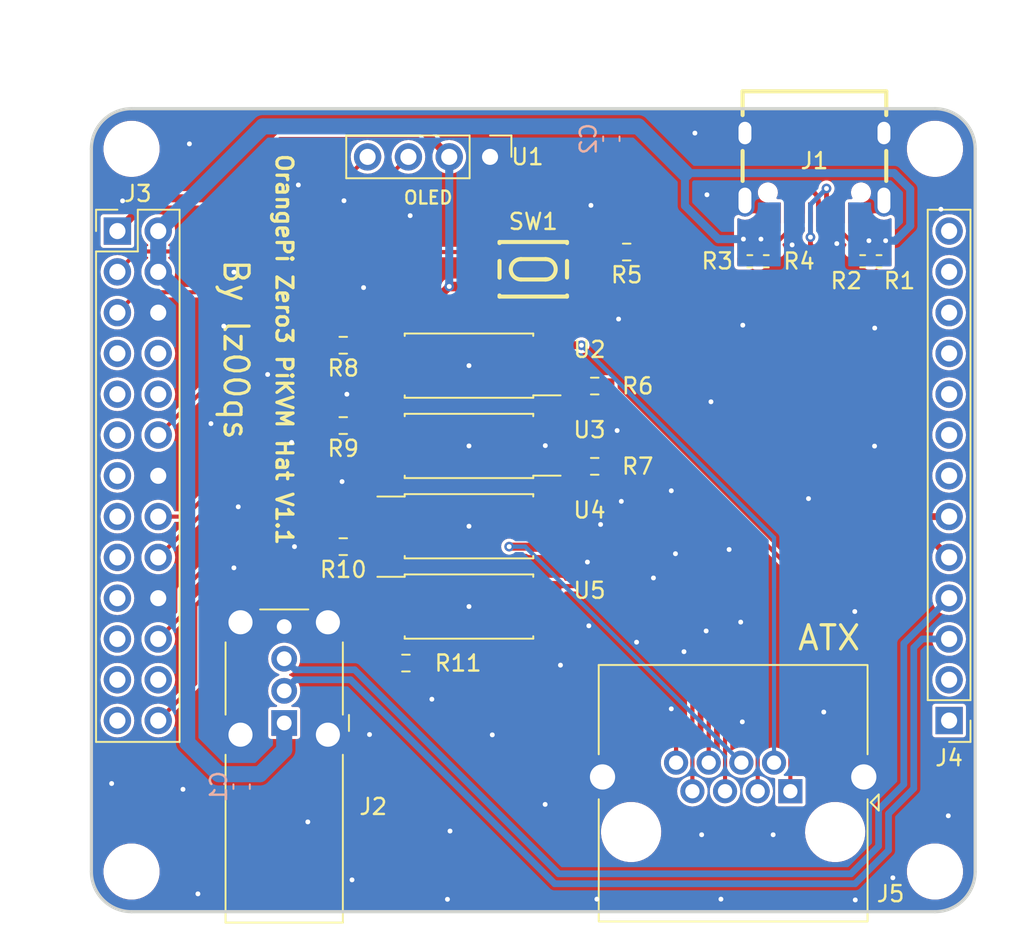
<source format=kicad_pcb>
(kicad_pcb (version 20221018) (generator pcbnew)
  (layers (0 "F.Cu" signal) (31 "B.Cu" signal) (34 "B.Paste" user) (35 "F.Paste" user) (36 "B.SilkS" user "B.Silkscreen") (37 "F.SilkS" user "F.Silkscreen") (38 "B.Mask" user) (39 "F.Mask" user) (44 "Edge.Cuts" user))
  (net 0 "")
  (net 1 "+5V")
  (net 2 "GND")
  (net 3 "/CC1")
  (net 4 "/U3D+")
  (net 5 "/U3D-")
  (net 7 "/CC2")
  (net 9 "/RJ45-ATX-PWR/LED_PWR+")
  (net 10 "/RJ45-ATX-PWR/LED_HDD+")
  (net 11 "Net-(R6-Pad2)")
  (net 12 "/LED_PWR")
  (net 13 "/LED_HDD")
  (net 14 "+3.3V")
  (net 15 "/OLED_SCL")
  (net 16 "/OLED_SDA")
  (net 17 "/BTN_RST")
  (net 18 "/RJ45-ATX-PWR/BTN_RST-")
  (net 19 "/RJ45-ATX-PWR/BTN_RST+")
  (net 20 "/BTN_PWR")
  (net 21 "/RJ45-ATX-PWR/BTN_PWR-")
  (net 22 "/RJ45-ATX-PWR/BTN_PWR+")
  (net 23 "/RJ45-ATX-PWR/LED_PWR-")
  (net 24 "/RJ45-ATX-PWR/LED_HDD-")
  (net 25 "/U2D-")
  (net 26 "/U2D+")
  (net 49 "/BTN")
  (net 50 "Net-(R7-Pad2)")
  (net 51 "Net-(R10-Pad1)")
  (net 52 "Net-(R11-Pad1)")
  (footprint "Resistor_SMD:R_0603_1608Metric" (layer "F.Cu") (at 118.055 101.48 180)
    (fp_text reference "R9" (at 0 -1.43) (layer "F.SilkS"))
    (fp_text value "4.7K")
    (pad "1" smd roundrect (at -0.825 0 180) (size 0.8 0.95) (layers "F.Cu" "F.Paste" "F.Mask") (net 13 "/LED_HDD"))
    (pad "2" smd roundrect (at 0.825 0 180) (size 0.8 0.95) (layers "F.Cu" "F.Paste" "F.Mask") (net 2 "GND"))
  )
  (footprint "Package_SO:SO-4_7.6x3.6mm_P2.54mm" (layer "F.Cu") (at 125.88 107.75)
    (fp_text reference "U4" (at 7.5 -1) (layer "F.SilkS"))
    (fp_text value "PC817")
    (pad "1" smd rect (at -4.75 -1.27) (size 2 0.64) (layers "F.Cu" "F.Paste" "F.Mask") (net 20 "/BTN_PWR"))
    (pad "2" smd rect (at -4.75 1.27) (size 2 0.64) (layers "F.Cu" "F.Paste" "F.Mask") (net 51 "Net-(R10-Pad1)"))
    (pad "3" smd rect (at 4.75 1.27) (size 2 0.64) (layers "F.Cu" "F.Paste" "F.Mask") (net 21 "/RJ45-ATX-PWR/BTN_PWR-"))
    (pad "4" smd rect (at 4.75 -1.27) (size 2 0.64) (layers "F.Cu" "F.Paste" "F.Mask") (net 22 "/RJ45-ATX-PWR/BTN_PWR+"))
  )
  (footprint "Package_SO:SO-4_7.6x3.6mm_P2.54mm" (layer "F.Cu") (at 125.88 112.75)
    (fp_text reference "U5" (at 7.5 -1) (layer "F.SilkS"))
    (fp_text value "PC817")
    (pad "1" smd rect (at -4.75 -1.27) (size 2 0.64) (layers "F.Cu" "F.Paste" "F.Mask") (net 17 "/BTN_RST"))
    (pad "2" smd rect (at -4.75 1.27) (size 2 0.64) (layers "F.Cu" "F.Paste" "F.Mask") (net 52 "Net-(R11-Pad1)"))
    (pad "3" smd rect (at 4.75 1.27) (size 2 0.64) (layers "F.Cu" "F.Paste" "F.Mask") (net 18 "/RJ45-ATX-PWR/BTN_RST-"))
    (pad "4" smd rect (at 4.75 -1.27) (size 2 0.64) (layers "F.Cu" "F.Paste" "F.Mask") (net 19 "/RJ45-ATX-PWR/BTN_RST+"))
  )
  (footprint "Package_SO:SO-4_7.6x3.6mm_P2.54mm" (layer "F.Cu") (at 125.88 97.75 180)
    (fp_text reference "U2" (at -7.5 1) (layer "F.SilkS"))
    (fp_text value "PC817")
    (pad "1" smd rect (at -4.75 -1.27 180) (size 2 0.64) (layers "F.Cu" "F.Paste" "F.Mask") (net 11 "Net-(R6-Pad2)"))
    (pad "2" smd rect (at -4.75 1.27 180) (size 2 0.64) (layers "F.Cu" "F.Paste" "F.Mask") (net 23 "/RJ45-ATX-PWR/LED_PWR-"))
    (pad "3" smd rect (at 4.75 1.27 180) (size 2 0.64) (layers "F.Cu" "F.Paste" "F.Mask") (net 12 "/LED_PWR"))
    (pad "4" smd rect (at 4.75 -1.27 180) (size 2 0.64) (layers "F.Cu" "F.Paste" "F.Mask") (net 14 "+3.3V"))
  )
  (footprint "Resistor_SMD:R_0603_1608Metric" (layer "F.Cu") (at 118.055 109.02 180)
    (fp_text reference "R10" (at 0 -1.43) (layer "F.SilkS"))
    (fp_text value "390R")
    (pad "1" smd roundrect (at -0.825 0 180) (size 0.8 0.95) (layers "F.Cu" "F.Paste" "F.Mask") (net 51 "Net-(R10-Pad1)"))
    (pad "2" smd roundrect (at 0.825 0 180) (size 0.8 0.95) (layers "F.Cu" "F.Paste" "F.Mask") (net 2 "GND"))
  )
  (footprint "Connector_RJ:RJ45_Amphenol_RJHSE5380" (layer "F.Cu") (at 145.88 124.25 180)
    (fp_text reference "J5" (at -6.24 -6.39) (layer "F.SilkS"))
    (fp_text value "RJ41_Shielded")
    (pad "" np_thru_hole circle (at -2.79 -2.54 180) (size 3.25 3.25) (drill 3.25) (layers "*.Cu" "*.Mask"))
    (pad "" np_thru_hole circle (at 9.91 -2.54 180) (size 3.25 3.25) (drill 3.25) (layers "*.Cu" "*.Mask"))
    (pad "1" thru_hole rect (at 0 0 180) (size 1.5 1.5) (drill 0.89) (layers "*.Cu" "*.Mask") (net 9 "/RJ45-ATX-PWR/LED_PWR+"))
    (pad "2" thru_hole circle (at 1.016 1.78 180) (size 1.5 1.5) (drill 0.89) (layers "*.Cu" "*.Mask") (net 23 "/RJ45-ATX-PWR/LED_PWR-"))
    (pad "3" thru_hole circle (at 2.032 0 180) (size 1.5 1.5) (drill 0.89) (layers "*.Cu" "*.Mask") (net 10 "/RJ45-ATX-PWR/LED_HDD+"))
    (pad "4" thru_hole circle (at 3.048 1.78 180) (size 1.5 1.5) (drill 0.89) (layers "*.Cu" "*.Mask") (net 21 "/RJ45-ATX-PWR/BTN_PWR-"))
    (pad "5" thru_hole circle (at 4.064 0 180) (size 1.5 1.5) (drill 0.89) (layers "*.Cu" "*.Mask") (net 22 "/RJ45-ATX-PWR/BTN_PWR+"))
    (pad "6" thru_hole circle (at 5.08 1.78 180) (size 1.5 1.5) (drill 0.89) (layers "*.Cu" "*.Mask") (net 24 "/RJ45-ATX-PWR/LED_HDD-"))
    (pad "7" thru_hole circle (at 6.096 0 180) (size 1.5 1.5) (drill 0.89) (layers "*.Cu" "*.Mask") (net 19 "/RJ45-ATX-PWR/BTN_RST+"))
    (pad "8" thru_hole circle (at 7.112 1.78 180) (size 1.5 1.5) (drill 0.89) (layers "*.Cu" "*.Mask") (net 18 "/RJ45-ATX-PWR/BTN_RST-"))
    (pad "SH" thru_hole circle (at -4.57 0.89 180) (size 2.3 2.3) (drill 1.57) (layers "*.Cu" "*.Mask") (net 2 "GND"))
    (pad "SH" thru_hole circle (at 11.69 0.89 180) (size 2.3 2.3) (drill 1.57) (layers "*.Cu" "*.Mask") (net 2 "GND"))
  )
  (footprint "Resistor_SMD:R_0402_1005Metric" (layer "F.Cu") (at 143.36 91.25 180)
    (fp_text reference "R3" (at 2.03 0.01) (layer "F.SilkS"))
    (fp_text value "5.1K")
    (pad "1" smd roundrect (at -0.51 0 180) (size 0.54 0.64) (layers "F.Cu" "F.Paste" "F.Mask") (net 7 "/CC2"))
    (pad "2" smd roundrect (at 0.51 0 180) (size 0.54 0.64) (layers "F.Cu" "F.Paste" "F.Mask") (net 1 "+5V"))
  )
  (footprint "Resistor_SMD:R_0402_1005Metric" (layer "F.Cu") (at 151.4 91.25)
    (fp_text reference "R1" (at 1.27 1.22) (layer "F.SilkS"))
    (fp_text value "5.1K")
    (pad "1" smd roundrect (at -0.51 0) (size 0.54 0.64) (layers "F.Cu" "F.Paste" "F.Mask") (net 3 "/CC1"))
    (pad "2" smd roundrect (at 0.51 0) (size 0.54 0.64) (layers "F.Cu" "F.Paste" "F.Mask") (net 1 "+5V"))
  )
  (footprint "Package_SO:SO-4_7.6x3.6mm_P2.54mm" (layer "F.Cu") (at 125.88 102.75 180)
    (fp_text reference "U3" (at -7.5 1 180) (layer "F.SilkS"))
    (fp_text value "PC817")
    (pad "1" smd rect (at -4.75 -1.27 180) (size 2 0.64) (layers "F.Cu" "F.Paste" "F.Mask") (net 50 "Net-(R7-Pad2)"))
    (pad "2" smd rect (at -4.75 1.27 180) (size 2 0.64) (layers "F.Cu" "F.Paste" "F.Mask") (net 24 "/RJ45-ATX-PWR/LED_HDD-"))
    (pad "3" smd rect (at 4.75 1.27 180) (size 2 0.64) (layers "F.Cu" "F.Paste" "F.Mask") (net 13 "/LED_HDD"))
    (pad "4" smd rect (at 4.75 -1.27 180) (size 2 0.64) (layers "F.Cu" "F.Paste" "F.Mask") (net 14 "+3.3V"))
  )
  (footprint "Connector_PinHeader_2.54mm:PinHeader_2x13_P2.54mm_Vertical" (layer "F.Cu") (at 104 89.37)
    (fp_text reference "J3" (at 1.27 -2.33) (layer "F.SilkS"))
    (fp_text value "Conn_02x13_Odd_Even")
    (pad "1" thru_hole rect locked (at 0 0) (size 1.7 1.7) (drill 1) (layers "*.Cu" "*.Mask") (net 14 "+3.3V"))
    (pad "2" thru_hole oval locked (at 2.54 0) (size 1.7 1.7) (drill 1) (layers "*.Cu" "*.Mask") (net 1 "+5V"))
    (pad "3" thru_hole oval locked (at 0 2.54) (size 1.7 1.7) (drill 1) (layers "*.Cu" "*.Mask") (net 16 "/OLED_SDA"))
    (pad "4" thru_hole oval locked (at 2.54 2.54) (size 1.7 1.7) (drill 1) (layers "*.Cu" "*.Mask") (net 1 "+5V"))
    (pad "5" thru_hole oval locked (at 0 5.08) (size 1.7 1.7) (drill 1) (layers "*.Cu" "*.Mask") (net 15 "/OLED_SCL"))
    (pad "6" thru_hole oval locked (at 2.54 5.08) (size 1.7 1.7) (drill 1) (layers "*.Cu" "*.Mask") (net 2 "GND"))
    (pad "7" thru_hole oval locked (at 0 7.62) (size 1.7 1.7) (drill 1) (layers "*.Cu" "*.Mask"))
    (pad "8" thru_hole oval locked (at 2.54 7.62) (size 1.7 1.7) (drill 1) (layers "*.Cu" "*.Mask"))
    (pad "9" thru_hole oval locked (at 0 10.16) (size 1.7 1.7) (drill 1) (layers "*.Cu" "*.Mask"))
    (pad "10" thru_hole oval locked (at 2.54 10.16) (size 1.7 1.7) (drill 1) (layers "*.Cu" "*.Mask"))
    (pad "11" thru_hole oval locked (at 0 12.7) (size 1.7 1.7) (drill 1) (layers "*.Cu" "*.Mask"))
    (pad "12" thru_hole oval locked (at 2.54 12.7) (size 1.7 1.7) (drill 1) (layers "*.Cu" "*.Mask") (net 49 "/BTN"))
    (pad "13" thru_hole oval locked (at 0 15.24) (size 1.7 1.7) (drill 1) (layers "*.Cu" "*.Mask"))
    (pad "14" thru_hole oval locked (at 2.54 15.24) (size 1.7 1.7) (drill 1) (layers "*.Cu" "*.Mask") (net 2 "GND"))
    (pad "15" thru_hole oval locked (at 0 17.78) (size 1.7 1.7) (drill 1) (layers "*.Cu" "*.Mask"))
    (pad "16" thru_hole oval locked (at 2.54 17.78) (size 1.7 1.7) (drill 1) (layers "*.Cu" "*.Mask") (net 12 "/LED_PWR"))
    (pad "17" thru_hole oval locked (at 0 20.32) (size 1.7 1.7) (drill 1) (layers "*.Cu" "*.Mask"))
    (pad "18" thru_hole oval locked (at 2.54 20.32) (size 1.7 1.7) (drill 1) (layers "*.Cu" "*.Mask") (net 13 "/LED_HDD"))
    (pad "19" thru_hole oval locked (at 0 22.86) (size 1.7 1.7) (drill 1) (layers "*.Cu" "*.Mask"))
    (pad "20" thru_hole oval locked (at 2.54 22.86) (size 1.7 1.7) (drill 1) (layers "*.Cu" "*.Mask") (net 2 "GND"))
    (pad "21" thru_hole oval locked (at 0 25.4) (size 1.7 1.7) (drill 1) (layers "*.Cu" "*.Mask"))
    (pad "22" thru_hole oval locked (at 2.54 25.4) (size 1.7 1.7) (drill 1) (layers "*.Cu" "*.Mask") (net 20 "/BTN_PWR"))
    (pad "23" thru_hole oval locked (at 0 27.94) (size 1.7 1.7) (drill 1) (layers "*.Cu" "*.Mask"))
    (pad "24" thru_hole oval locked (at 2.54 27.94) (size 1.7 1.7) (drill 1) (layers "*.Cu" "*.Mask"))
    (pad "25" thru_hole oval locked (at 0 30.48) (size 1.7 1.7) (drill 1) (layers "*.Cu" "*.Mask"))
    (pad "26" thru_hole oval locked (at 2.54 30.48) (size 1.7 1.7) (drill 1) (layers "*.Cu" "*.Mask") (net 17 "/BTN_RST"))
  )
  (footprint "Connector_lz00qs:USB_C_Receptacle_SMD_16P_USB2.0_JLC-31-M-12" (layer "F.Cu") (at 147.38 85.75 180)
    (fp_text reference "J1" (at 0 0.754) (layer "F.SilkS") (effects (font (thickness 0.1499))))
    (fp_text value "USB_C_Receptacle_USB2.0_16P")
    (pad "" np_thru_hole circle locked (at -2.8999 -1.2157 180) (size 0.75 0.75) (drill 0.75) (layers "*.Cu" "*.Mask"))
    (pad "" np_thru_hole circle locked (at 2.8999 -1.2157 180) (size 0.75 0.75) (drill 0.75) (layers "*.Cu" "*.Mask"))
    (pad "A1" smd rect locked (at -3.35 -2.4841 180) (size 0.3 1.3) (layers "F.Cu" "F.Paste" "F.Mask") (net 2 "GND"))
    (pad "A4" smd rect locked (at -2.5499 -2.4841 180) (size 0.3 1.3) (layers "F.Cu" "F.Paste" "F.Mask") (net 1 "+5V"))
    (pad "A5" smd rect locked (at -1.2499 -2.4841 180) (size 0.3 1.3) (layers "F.Cu" "F.Paste" "F.Mask") (net 3 "/CC1"))
    (pad "A6" smd rect locked (at -0.2499 -2.4841 180) (size 0.3 1.3) (layers "F.Cu" "F.Paste" "F.Mask") (net 4 "/U3D+"))
    (pad "A7" smd rect locked (at 0.2499 -2.4841 180) (size 0.3 1.3) (layers "F.Cu" "F.Paste" "F.Mask") (net 5 "/U3D-"))
    (pad "A8" smd rect locked (at 1.2497 -2.4841 180) (size 0.3 1.3) (layers "F.Cu" "F.Paste" "F.Mask"))
    (pad "A9" smd rect locked (at 2.5502 -2.4841 180) (size 0.3 1.3) (layers "F.Cu" "F.Paste" "F.Mask") (net 1 "+5V"))
    (pad "A12" smd rect locked (at 3.35 -2.4841 180) (size 0.3 1.3) (layers "F.Cu" "F.Paste" "F.Mask") (net 2 "GND"))
    (pad "B1" smd rect locked (at 3.05 -2.4841 180) (size 0.3 1.3) (layers "F.Cu" "F.Paste" "F.Mask") (net 2 "GND"))
    (pad "B4" smd rect locked (at 2.2499 -2.4841 180) (size 0.3 1.3) (layers "F.Cu" "F.Paste" "F.Mask") (net 1 "+5V"))
    (pad "B5" smd rect locked (at 1.7501 -2.4841 180) (size 0.3 1.3) (layers "F.Cu" "F.Paste" "F.Mask") (net 7 "/CC2"))
    (pad "B6" smd rect locked (at 0.7501 -2.4841 180) (size 0.3 1.3) (layers "F.Cu" "F.Paste" "F.Mask") (net 4 "/U3D+"))
    (pad "B7" smd rect locked (at -0.7501 -2.4841 180) (size 0.3 1.3) (layers "F.Cu" "F.Paste" "F.Mask") (net 5 "/U3D-"))
    (pad "B8" smd rect locked (at -1.7501 -2.4841 180) (size 0.3 1.3) (layers "F.Cu" "F.Paste" "F.Mask"))
    (pad "B9" smd rect locked (at -2.2499 -2.4841 180) (size 0.3 1.3) (layers "F.Cu" "F.Paste" "F.Mask") (net 1 "+5V"))
    (pad "B12" smd rect locked (at -3.05 -2.4841 180) (size 0.3 1.3) (layers "F.Cu" "F.Paste" "F.Mask") (net 2 "GND"))
    (pad "S1" thru_hole oval locked (at -4.3251 -1.7158 180) (size 1.2 2) (drill oval 0.8 1.6) (layers "*.Cu" "*.Mask") (net 2 "GND"))
    (pad "S1" thru_hole oval locked (at -4.3251 2.4841 180) (size 1.2 1.8) (drill oval 0.8 1.4) (layers "*.Cu" "*.Mask") (net 2 "GND"))
    (pad "S1" thru_hole oval locked (at 4.3251 -1.7158 180) (size 1.2 2) (drill oval 0.8 1.6) (layers "*.Cu" "*.Mask") (net 2 "GND"))
    (pad "S1" thru_hole oval locked (at 4.3251 2.4841 180) (size 1.2 1.8) (drill oval 0.8 1.4) (layers "*.Cu" "*.Mask") (net 2 "GND"))
  )
  (footprint "Resistor_SMD:R_0402_1005Metric" (layer "F.Cu") (at 144.38 91.25 180)
    (fp_text reference "R4" (at -2.04 0) (layer "F.SilkS"))
    (fp_text value "5.1K")
    (pad "1" smd roundrect (at -0.51 0 180) (size 0.54 0.64) (layers "F.Cu" "F.Paste" "F.Mask") (net 2 "GND"))
    (pad "2" smd roundrect (at 0.51 0 180) (size 0.54 0.64) (layers "F.Cu" "F.Paste" "F.Mask") (net 7 "/CC2"))
  )
  (footprint "Resistor_SMD:R_0603_1608Metric" (layer "F.Cu") (at 121.955 116.27)
    (fp_text reference "R11" (at 3.245 0.01) (layer "F.SilkS"))
    (fp_text value "390R")
    (pad "1" smd roundrect (at -0.825 0) (size 0.8 0.95) (layers "F.Cu" "F.Paste" "F.Mask") (net 52 "Net-(R11-Pad1)"))
    (pad "2" smd roundrect (at 0.825 0) (size 0.8 0.95) (layers "F.Cu" "F.Paste" "F.Mask") (net 2 "GND"))
  )
  (footprint "Connector_PinHeader_2.54mm:PinHeader_1x04_P2.54mm_Vertical" (layer "F.Cu") (at 127.19 84.75 -90)
    (fp_text reference "U1" (at 0 -2.33 -180) (layer "F.SilkS"))
    (fp_text value "OLED_128x64_I2C_Module")
    (pad "1" thru_hole rect locked (at 0 0 270) (size 1.7 1.7) (drill 1) (layers "*.Cu" "*.Mask") (net 2 "GND"))
    (pad "2" thru_hole oval locked (at 0 2.54 270) (size 1.7 1.7) (drill 1) (layers "*.Cu" "*.Mask") (net 14 "+3.3V"))
    (pad "3" thru_hole oval locked (at 0 5.08 270) (size 1.7 1.7) (drill 1) (layers "*.Cu" "*.Mask") (net 15 "/OLED_SCL"))
    (pad "4" thru_hole oval locked (at 0 7.62 270) (size 1.7 1.7) (drill 1) (layers "*.Cu" "*.Mask") (net 16 "/OLED_SDA"))
  )
  (footprint "MountingHole:MountingHole_3mm" (layer "F.Cu") (at 104.88 129.25)
    (fp_text reference "H1" hide)
    (fp_text value "MountingHole")
    (pad "" np_thru_hole circle (at 0 0) (size 3 3) (drill 3) (layers "*.Cu" "*.Mask"))
  )
  (footprint "Connector_USB:USB_A_Wuerth_614004134726_Horizontal" (layer "F.Cu") (at 114.38 120 90)
    (fp_text reference "J2" (at -5.21 5.54 180) (layer "F.SilkS"))
    (fp_text value "USB_A")
    (pad "1" thru_hole rect (at 0 0 90) (size 1.6 1.6) (drill 0.92) (layers "*.Cu" "*.Mask") (net 1 "+5V"))
    (pad "2" thru_hole circle (at 2 0 90) (size 1.6 1.6) (drill 0.92) (layers "*.Cu" "*.Mask") (net 25 "/U2D-"))
    (pad "3" thru_hole circle (at 4 0 90) (size 1.6 1.6) (drill 0.92) (layers "*.Cu" "*.Mask") (net 26 "/U2D+"))
    (pad "4" thru_hole circle (at 6 0 90) (size 1.6 1.6) (drill 0.92) (layers "*.Cu" "*.Mask") (net 2 "GND"))
    (pad "5" thru_hole circle (at -0.73 -2.72 90) (size 2.15 2.15) (drill 1.5) (layers "*.Cu" "*.Mask") (net 2 "GND"))
    (pad "5" thru_hole circle (at -0.73 2.72 90) (size 2.15 2.15) (drill 1.5) (layers "*.Cu" "*.Mask") (net 2 "GND"))
    (pad "5" thru_hole circle (at 6.27 -2.72 90) (size 2.15 2.15) (drill 1.5) (layers "*.Cu" "*.Mask") (net 2 "GND"))
    (pad "5" thru_hole circle (at 6.27 2.72 90) (size 2.15 2.15) (drill 1.5) (layers "*.Cu" "*.Mask") (net 2 "GND"))
  )
  (footprint "Resistor_SMD:R_0603_1608Metric" (layer "F.Cu") (at 135.695 90.6756 180)
    (fp_text reference "R5" (at 0 -1.43 180) (layer "F.SilkS"))
    (fp_text value "4.7K")
    (pad "1" smd roundrect (at -0.825 0 180) (size 0.8 0.95) (layers "F.Cu" "F.Paste" "F.Mask") (net 2 "GND"))
    (pad "2" smd roundrect (at 0.825 0 180) (size 0.8 0.95) (layers "F.Cu" "F.Paste" "F.Mask") (net 49 "/BTN"))
  )
  (footprint "MountingHole:MountingHole_3mm" (layer "F.Cu") (at 154.88 84.25)
    (fp_text reference "H3" hide)
    (fp_text value "MountingHole")
    (pad "" np_thru_hole circle (at 0 0) (size 3 3) (drill 3) (layers "*.Cu" "*.Mask"))
  )
  (footprint "Connector_PinHeader_2.54mm:PinHeader_1x13_P2.54mm_Vertical" (layer "F.Cu") (at 155.76 119.85 180)
    (fp_text reference "J4" (at 0 -2.33) (layer "F.SilkS"))
    (fp_text value "Conn_01x13")
    (pad "1" thru_hole rect locked (at 0 0 180) (size 1.7 1.7) (drill 1) (layers "*.Cu" "*.Mask"))
    (pad "2" thru_hole oval locked (at 0 2.54 180) (size 1.7 1.7) (drill 1) (layers "*.Cu" "*.Mask"))
    (pad "3" thru_hole oval locked (at 0 5.08 180) (size 1.7 1.7) (drill 1) (layers "*.Cu" "*.Mask") (net 25 "/U2D-"))
    (pad "4" thru_hole oval locked (at 0 7.62 180) (size 1.7 1.7) (drill 1) (layers "*.Cu" "*.Mask") (net 26 "/U2D+"))
    (pad "5" thru_hole oval locked (at 0 10.16 180) (size 1.7 1.7) (drill 1) (layers "*.Cu" "*.Mask") (net 5 "/U3D-"))
    (pad "6" thru_hole oval locked (at 0 12.7 180) (size 1.7 1.7) (drill 1) (layers "*.Cu" "*.Mask") (net 4 "/U3D+"))
    (pad "7" thru_hole oval locked (at 0 15.24 180) (size 1.7 1.7) (drill 1) (layers "*.Cu" "*.Mask"))
    (pad "8" thru_hole oval locked (at 0 17.78 180) (size 1.7 1.7) (drill 1) (layers "*.Cu" "*.Mask"))
    (pad "9" thru_hole oval locked (at 0 20.32 180) (size 1.7 1.7) (drill 1) (layers "*.Cu" "*.Mask"))
    (pad "10" thru_hole oval locked (at 0 22.86 180) (size 1.7 1.7) (drill 1) (layers "*.Cu" "*.Mask"))
    (pad "11" thru_hole oval locked (at 0 25.4 180) (size 1.7 1.7) (drill 1) (layers "*.Cu" "*.Mask"))
    (pad "12" thru_hole oval locked (at 0 27.94 180) (size 1.7 1.7) (drill 1) (layers "*.Cu" "*.Mask"))
    (pad "13" thru_hole oval locked (at 0 30.48 180) (size 1.7 1.7) (drill 1) (layers "*.Cu" "*.Mask"))
  )
  (footprint "Resistor_SMD:R_0603_1608Metric" (layer "F.Cu") (at 118.055 96.48 180)
    (fp_text reference "R8" (at 0 -1.43) (layer "F.SilkS"))
    (fp_text value "4.7K")
    (pad "1" smd roundrect (at -0.825 0 180) (size 0.8 0.95) (layers "F.Cu" "F.Paste" "F.Mask") (net 12 "/LED_PWR"))
    (pad "2" smd roundrect (at 0.825 0 180) (size 0.8 0.95) (layers "F.Cu" "F.Paste" "F.Mask") (net 2 "GND"))
  )
  (footprint "Switch-Key_lz00qs:SW-SMD_4P-L4.2-W3.3-P2.15-LS5.1" (layer "F.Cu") (at 129.88 91.75)
    (fp_text reference "SW1" (at 0 -2.97) (layer "F.SilkS") (effects (font (thickness 0.1499))))
    (fp_text value "SW_x1" hide)
    (pad "1" smd rect locked (at -2.2504 -1.0744 90) (size 0.701 1.3005) (layers "F.Cu" "F.Paste" "F.Mask") (net 49 "/BTN"))
    (pad "1" smd rect locked (at 2.2504 -1.0744 90) (size 0.701 1.3005) (layers "F.Cu" "F.Paste" "F.Mask") (net 49 "/BTN"))
    (pad "2" smd rect locked (at -2.2504 1.0744 90) (size 0.701 1.3005) (layers "F.Cu" "F.Paste" "F.Mask") (net 14 "+3.3V"))
    (pad "2" smd rect locked (at 2.2504 1.0744 90) (size 0.701 1.3005) (layers "F.Cu" "F.Paste" "F.Mask") (net 14 "+3.3V"))
  )
  (footprint "MountingHole:MountingHole_3mm" (layer "F.Cu") (at 104.88 84.25)
    (fp_text reference "H2" hide)
    (fp_text value "MountingHole")
    (pad "" np_thru_hole circle (at 0 0) (size 3 3) (drill 3) (layers "*.Cu" "*.Mask"))
  )
  (footprint "MountingHole:MountingHole_3mm" (layer "F.Cu") (at 154.88 129.25)
    (fp_text reference "H4" hide)
    (fp_text value "MountingHole")
    (pad "" np_thru_hole circle (at 0 0) (size 3 3) (drill 3) (layers "*.Cu" "*.Mask"))
  )
  (footprint "Resistor_SMD:R_0603_1608Metric" (layer "F.Cu") (at 133.705 104.02 180)
    (fp_text reference "R7" (at -2.675 0 180) (layer "F.SilkS"))
    (fp_text value "390R")
    (pad "1" smd roundrect (at -0.825 0 180) (size 0.8 0.95) (layers "F.Cu" "F.Paste" "F.Mask") (net 10 "/RJ45-ATX-PWR/LED_HDD+"))
    (pad "2" smd roundrect (at 0.825 0 180) (size 0.8 0.95) (layers "F.Cu" "F.Paste" "F.Mask") (net 50 "Net-(R7-Pad2)"))
  )
  (footprint "Resistor_SMD:R_0402_1005Metric" (layer "F.Cu") (at 150.38 91.25)
    (fp_text reference "R2" (at -1.02 1.22) (layer "F.SilkS"))
    (fp_text value "5.1K")
    (pad "1" smd roundrect (at -0.51 0) (size 0.54 0.64) (layers "F.Cu" "F.Paste" "F.Mask") (net 2 "GND"))
    (pad "2" smd roundrect (at 0.51 0) (size 0.54 0.64) (layers "F.Cu" "F.Paste" "F.Mask") (net 3 "/CC1"))
  )
  (footprint "Resistor_SMD:R_0603_1608Metric" (layer "F.Cu") (at 133.705 99.02 180)
    (fp_text reference "R6" (at -2.675 0 180) (layer "F.SilkS"))
    (fp_text value "390R")
    (pad "1" smd roundrect (at -0.825 0 180) (size 0.8 0.95) (layers "F.Cu" "F.Paste" "F.Mask") (net 9 "/RJ45-ATX-PWR/LED_PWR+"))
    (pad "2" smd roundrect (at 0.825 0 180) (size 0.8 0.95) (layers "F.Cu" "F.Paste" "F.Mask") (net 11 "Net-(R6-Pad2)"))
  )
  (footprint "Capacitor_SMD:C_0603_1608Metric" (layer "B.Cu") (at 134.74 83.625 -90)
    (fp_text reference "C2" (at 0 1.43 90) (layer "B.SilkS") (effects (justify mirror)))
    (fp_text value "100nF 50V")
    (pad "1" smd roundrect (at -0.775 0 270) (size 0.9 0.95) (layers "B.Cu" "B.Paste" "B.Mask") (net 1 "+5V"))
    (pad "2" smd roundrect (at 0.775 0 270) (size 0.9 0.95) (layers "B.Cu" "B.Paste" "B.Mask") (net 2 "GND"))
  )
  (footprint "Capacitor_SMD:C_0603_1608Metric" (layer "B.Cu") (at 111.73 123.965 -90)
    (fp_text reference "C1" (at 0 1.43 90) (layer "B.SilkS") (effects (justify mirror)))
    (fp_text value "100nF 50V")
    (pad "1" smd roundrect (at -0.775 0 270) (size 0.9 0.95) (layers "B.Cu" "B.Paste" "B.Mask") (net 1 "+5V"))
    (pad "2" smd roundrect (at 0.775 0 270) (size 0.9 0.95) (layers "B.Cu" "B.Paste" "B.Mask") (net 2 "GND"))
  )
  (gr_line (start 157.38 84.25) (end 157.38 129.25) (stroke (width 0.2)) (layer "Edge.Cuts"))
  (gr_line (start 104.88 131.75) (end 154.88 131.75) (stroke (width 0.2)) (layer "Edge.Cuts"))
  (gr_line (start 102.38 129.25) (end 102.38 84.25) (stroke (width 0.2)) (layer "Edge.Cuts"))
  (gr_arc (start 157.38 129.25) (mid 156.647767 131.017767) (end 154.88 131.75) (stroke (width 0.2)) (layer "Edge.Cuts"))
  (gr_line (start 154.88 81.75) (end 104.88 81.75) (stroke (width 0.2)) (layer "Edge.Cuts"))
  (gr_arc (start 102.38 84.25) (mid 103.112233 82.482233) (end 104.88 81.75) (stroke (width 0.2)) (layer "Edge.Cuts"))
  (gr_arc (start 104.88 131.75) (mid 103.112234 131.017767) (end 102.38 129.25) (stroke (width 0.2)) (layer "Edge.Cuts"))
  (gr_arc (start 154.88 81.75) (mid 156.647767 82.482233) (end 157.38 84.25) (stroke (width 0.2)) (layer "Edge.Cuts"))
  (gr_text "OrangePi Zero3 PiKVM Hat V1.1" (at 114.38 96.75 270) (layer "F.SilkS") (effects (font (size 1 1) (thickness 0.2))))
  (gr_text "ATX" (at 146.23 115.58) (layer "F.SilkS") (effects (font (size 1.5 1.5) (thickness 0.2)) (justify left bottom)))
  (gr_text "OLED" (at 123.34 87.29) (layer "F.SilkS") (effects (font (size 0.8 0.8) (thickness 0.15) bold)))
  (gr_text "By lz00qs" (at 111.38 96.75 270) (layer "F.SilkS") (effects (font (size 1.5 1.5) (thickness 0.2))))
  (via (at 150.77 89.97) (size 0.6) (drill 0.3) (layers "F.Cu" "B.Cu") (net 1))
  (via (at 142.96 89.87) (size 0.6) (drill 0.3) (layers "F.Cu" "B.Cu") (net 1))
  (via (at 144.05 89.87) (size 0.6) (drill 0.3) (layers "F.Cu" "B.Cu") (net 1))
  (via (at 151.81 89.97) (size 0.6) (drill 0.3) (layers "F.Cu" "B.Cu") (net 1))
  (segment (start 106.54 89.37) (end 106.54 91.91) (width 1) (layer "B.Cu") (net 1))
  (segment (start 139.32 85.76) (end 139.32 87.79) (width 0.5) (layer "B.Cu") (net 1))
  (segment (start 139.32 85.76) (end 152.34 85.76) (width 0.5) (layer "B.Cu") (net 1))
  (segment (start 136.41 82.85) (end 139.32 85.76) (width 1) (layer "B.Cu") (net 1))
  (segment (start 110.31 123.19) (end 111.73 123.19) (width 1) (layer "B.Cu") (net 1))
  (segment (start 141.4 89.87) (end 142.96 89.87) (width 0.5) (layer "B.Cu") (net 1))
  (segment (start 108.34 121.22) (end 110.31 123.19) (width 1) (layer "B.Cu") (net 1))
  (segment (start 142.96 89.87) (end 144.05 89.87) (width 0.5) (layer "B.Cu") (net 1))
  (segment (start 106.54 89.37) (end 113.06 82.85) (width 1) (layer "B.Cu") (net 1))
  (segment (start 153.34 89.04) (end 152.41 89.97) (width 0.5) (layer "B.Cu") (net 1))
  (segment (start 114.38 121.68) (end 114.38 120) (width 1) (layer "B.Cu") (net 1))
  (segment (start 152.41 89.97) (end 151.81 89.97) (width 0.5) (layer "B.Cu") (net 1))
  (segment (start 139.32 87.79) (end 141.14 89.61) (width 0.5) (layer "B.Cu") (net 1))
  (segment (start 141.14 89.61) (end 141.4 89.87) (width 0.5) (layer "B.Cu") (net 1))
  (segment (start 152.34 85.76) (end 153.34 86.76) (width 0.5) (layer "B.Cu") (net 1))
  (segment (start 113.06 82.85) (end 136.41 82.85) (width 1) (layer "B.Cu") (net 1))
  (segment (start 112.87 123.19) (end 114.38 121.68) (width 1) (layer "B.Cu") (net 1))
  (segment (start 153.34 86.76) (end 153.34 89.04) (width 0.5) (layer "B.Cu") (net 1))
  (segment (start 106.54 91.91) (end 108.34 93.71) (width 1) (layer "B.Cu") (net 1))
  (segment (start 111.73 123.19) (end 112.87 123.19) (width 1) (layer "B.Cu") (net 1))
  (segment (start 108.34 93.71) (end 108.34 121.22) (width 1) (layer "B.Cu") (net 1))
  (segment (start 151.81 89.97) (end 150.77 89.97) (width 0.5) (layer "B.Cu") (net 1))
  (via (at 133.25 109.98) (size 0.6) (drill 0.3) (layers "F.Cu" "B.Cu") (net 2))
  (via (at 149.92 131.02) (size 0.6) (drill 0.3) (layers "F.Cu" "B.Cu") (net 2))
  (via (at 148.77 90.15) (size 0.6) (drill 0.3) (layers "F.Cu" "B.Cu") (net 2))
  (via (at 134.07 107.64) (size 0.6) (drill 0.3) (layers "F.Cu" "B.Cu") (net 2))
  (via (at 119.32 92.89) (size 0.6) (drill 0.3) (layers "F.Cu" "B.Cu") (net 2))
  (via (at 138.47 105.54) (size 0.6) (drill 0.3) (layers "F.Cu" "B.Cu") (net 2))
  (via (at 109.82 101.36) (size 0.6) (drill 0.3) (layers "F.Cu" "B.Cu") (net 2))
  (via (at 122.22 88.41) (size 0.6) (drill 0.3) (layers "F.Cu" "B.Cu") (net 2))
  (via (at 109.01 130.64) (size 0.6) (drill 0.3) (layers "F.Cu" "B.Cu") (net 2))
  (via (at 151.12 102.76) (size 0.6) (drill 0.3) (layers "F.Cu" "B.Cu") (net 2))
  (via (at 130.63 102.73) (size 0.6) (drill 0.3) (layers "F.Cu" "B.Cu") (net 2))
  (via (at 138.73 109.46) (size 0.6) (drill 0.3) (layers "F.Cu" "B.Cu") (net 2))
  (via (at 104.32 87.49) (size 0.6) (drill 0.3) (layers "F.Cu" "B.Cu") (net 2))
  (via (at 142.89 119.93) (size 0.6) (drill 0.3) (layers "F.Cu" "B.Cu") (net 2))
  (via (at 118.28 99.53) (size 0.6) (drill 0.3) (layers "F.Cu" "B.Cu") (net 2))
  (via (at 145.99 90.23) (size 0.6) (drill 0.3) (layers "F.Cu" "B.Cu") (net 2))
  (via (at 139.26 115.56) (size 0.6) (drill 0.3) (layers "F.Cu" "B.Cu") (net 2))
  (via (at 133.84 130.97) (size 0.6) (drill 0.3) (layers "F.Cu" "B.Cu") (net 2))
  (via (at 127.33 120.74) (size 0.6) (drill 0.3) (layers "F.Cu" "B.Cu") (net 2))
  (via (at 135.19 94.85) (size 0.6) (drill 0.3) (layers "F.Cu" "B.Cu") (net 2))
  (via (at 108.48 83.94) (size 0.6) (drill 0.3) (layers "F.Cu" "B.Cu") (net 2))
  (via (at 140.94 100) (size 0.6) (drill 0.3) (layers "F.Cu" "B.Cu") (net 2))
  (via (at 117.98 104.97) (size 0.6) (drill 0.3) (layers "F.Cu" "B.Cu") (net 2))
  (via (at 115.85 126.16) (size 0.6) (drill 0.3) (layers "F.Cu" "B.Cu") (net 2))
  (via (at 125.88 112.75) (size 0.6) (drill 0.3) (layers "F.Cu" "B.Cu") (net 2))
  (via (at 125.88 102.75) (size 0.6) (drill 0.3) (layers "F.Cu" "B.Cu") (net 2))
  (via (at 110.62 95.29) (size 0.6) (drill 0.3) (layers "F.Cu" "B.Cu") (net 2))
  (via (at 135.36 106.2) (size 0.6) (drill 0.3) (layers "F.Cu" "B.Cu") (net 2))
  (via (at 140.36 126.96) (size 0.6) (drill 0.3) (layers "F.Cu" "B.Cu") (net 2))
  (via (at 130.62 125.07) (size 0.6) (drill 0.3) (layers "F.Cu" "B.Cu") (net 2))
  (via (at 144.81 126.96) (size 0.6) (drill 0.3) (layers "F.Cu" "B.Cu") (net 2))
  (via (at 111.25 110.34) (size 0.6) (drill 0.3) (layers "F.Cu" "B.Cu") (net 2))
  (via (at 123.57 118.52) (size 0.6) (drill 0.3) (layers "F.Cu" "B.Cu") (net 2))
  (via (at 155.25 88.01) (size 0.6) (drill 0.3) (layers "F.Cu" "B.Cu") (net 2))
  (via (at 125.88 107.75) (size 0.6) (drill 0.3) (layers "F.Cu" "B.Cu") (net 2))
  (via (at 142.07 109.2) (size 0.6) (drill 0.3) (layers "F.Cu" "B.Cu") (net 2))
  (via (at 140.69 87.11) (size 0.6) (drill 0.3) (layers "F.Cu" "B.Cu") (net 2))
  (via (at 133.47 87.77) (size 0.6) (drill 0.3) (layers "F.Cu" "B.Cu") (net 2))
  (via (at 152.26 129.64) (size 0.6) (drill 0.3) (layers "F.Cu" "B.Cu") (net 2))
  (via (at 125.88 97.75) (size 0.6) (drill 0.3) (layers "F.Cu" "B.Cu") (net 2))
  (via (at 135.1 101.79) (size 0.6) (drill 0.3) (layers "F.Cu" "B.Cu") (net 2))
  (via (at 147.01 106.03) (size 0.6) (drill 0.3) (layers "F.Cu" "B.Cu") (net 2))
  (via (at 131.572979 116.400336) (size 0.6) (drill 0.3) (layers "F.Cu" "B.Cu") (net 2))
  (via (at 115.26 86.5) (size 0.6) (drill 0.3) (layers "F.Cu" "B.Cu") (net 2))
  (via (at 133.34 113.95) (size 0.6) (drill 0.3) (layers "F.Cu" "B.Cu") (net 2))
  (via (at 142.79 113.72) (size 0.6) (drill 0.3) (layers "F.Cu" "B.Cu") (net 2))
  (via (at 113.35 98.3) (size 0.6) (drill 0.3) (layers "F.Cu" "B.Cu") (net 2))
  (via (at 137.36 110.97) (size 0.6) (drill 0.3) (layers "F.Cu" "B.Cu") (net 2))
  (via (at 151.13 95.41) (size 0.6) (drill 0.3) (layers "F.Cu" "B.Cu") (net 2))
  (via (at 147.96 119.32) (size 0.6) (drill 0.3) (layers "F.Cu" "B.Cu") (net 2))
  (via (at 136.31 114.97) (size 0.6) (drill 0.3) (layers "F.Cu" "B.Cu") (net 2))
  (via (at 103.64 123.77) (size 0.6) (drill 0.3) (layers "F.Cu" "B.Cu") (net 2))
  (via (at 141.56 130.97) (size 0.6) (drill 0.3) (layers "F.Cu" "B.Cu") (net 2))
  (via (at 149.89 113.06) (size 0.6) (drill 0.3) (layers "F.Cu" "B.Cu") (net 2))
  (via (at 138.47 119.12) (size 0.6) (drill 0.3) (layers "F.Cu" "B.Cu") (net 2))
  (via (at 114.84 102.53) (size 0.6) (drill 0.3) (layers "F.Cu" "B.Cu") (net 2))
  (via (at 118.6 129.77) (size 0.6) (drill 0.3) (layers "F.Cu" "B.Cu") (net 2))
  (via (at 155.71 125.78) (size 0.6) (drill 0.3) (layers "F.Cu" "B.Cu") (net 2))
  (via (at 111.25 91.93) (size 0.6) (drill 0.3) (layers "F.Cu" "B.Cu") (net 2))
  (via (at 139.94 83.27) (size 0.6) (drill 0.3) (layers "F.Cu" "B.Cu") (net 2))
  (via (at 108.08 124.13) (size 0.6) (drill 0.3) (layers "F.Cu" "B.Cu") (net 2))
  (via (at 142.92 95.23) (size 0.6) (drill 0.3) (layers "F.Cu" "B.Cu") (net 2))
  (via (at 140.64 114.27) (size 0.6) (drill 0.3) (layers "F.Cu" "B.Cu") (net 2))
  (via (at 124.54 130.98) (size 0.6) (drill 0.3) (layers "F.Cu" "B.Cu") (net 2))
  (via (at 118.1 87.48) (size 0.6) (drill 0.3) (layers "F.Cu" "B.Cu") (net 2))
  (via (at 119.69 120.72) (size 0.6) (drill 0.3) (layers "F.Cu" "B.Cu") (net 2))
  (via (at 124.7 126.73) (size 0.6) (drill 0.3) (layers "F.Cu" "B.Cu") (net 2))
  (via (at 115.02 109.02) (size 0.6) (drill 0.3) (layers "F.Cu" "B.Cu") (net 2))
  (via (at 111.52 106.54) (size 0.6) (drill 0.3) (layers "F.Cu" "B.Cu") (net 2))
  (segment (start 150.89 91.25) (end 148.6299 88.9899) (width 0.254) (layer "F.Cu") (net 3))
  (segment (start 148.6299 88.9899) (end 148.6299 88.2341) (width 0.254) (layer "F.Cu") (net 3))
  (segment (start 147.6299 88.2341) (end 147.6299 89.0399) (width 0.3) (layer "F.Cu") (net 4))
  (segment (start 147.986062 90.452807) (end 147.986062 101.039249) (width 0.42) (layer "F.Cu") (net 4))
  (segment (start 146.88755 86.99245) (end 146.88245 86.99755) (width 0.3) (layer "F.Cu") (net 4))
  (segment (start 146.6299 87.607259) (end 146.6299 88.2341) (width 0.3) (layer "F.Cu") (net 4))
  (segment (start 154.096813 107.15) (end 155.76 107.15) (width 0.42) (layer "F.Cu") (net 4))
  (segment (start 147.986062 89.396062) (end 147.986062 90.452807) (width 0.3) (layer "F.Cu") (net 4))
  (segment (start 147.6299 89.0399) (end 147.986062 89.396062) (width 0.3) (layer "F.Cu") (net 4))
  (segment (start 147.986062 101.039249) (end 154.096813 107.15) (width 0.42) (layer "F.Cu") (net 4))
  (segment (start 147.6299 87.589847) (end 147.6299 88.2341) (width 0.3) (layer "F.Cu") (net 4))
  (arc (start 146.88245 86.99755) (mid 146.695535 87.277286) (end 146.6299 87.607259) (width 0.3) (layer "F.Cu") (net 4))
  (arc (start 147.38245 86.99245) (mid 147.565589 87.266538) (end 147.6299 87.589847) (width 0.3) (layer "F.Cu") (net 4))
  (arc (start 147.38245 86.99245) (mid 147.135 86.889952) (end 146.88755 86.99245) (width 0.3) (layer "F.Cu") (net 4))
  (segment (start 147.366062 101.296062) (end 155.76 109.69) (width 0.42) (layer "F.Cu") (net 5))
  (segment (start 147.1301 88.2341) (end 147.1301 89.75) (width 0.3) (layer "F.Cu") (net 5))
  (segment (start 147.1301 89.75) (end 147.1301 90.216845) (width 0.3) (layer "F.Cu") (net 5))
  (segment (start 147.1301 90.216845) (end 147.366062 90.452807) (width 0.3) (layer "F.Cu") (net 5))
  (segment (start 147.366062 90.452807) (end 147.366062 101.296062) (width 0.42) (layer "F.Cu") (net 5))
  (segment (start 148.1301 88.2341) (end 148.1301 86.7182) (width 0.3) (layer "F.Cu") (net 5))
  (via (at 148.1301 86.7182) (size 0.6) (drill 0.3) (layers "F.Cu" "B.Cu") (net 5))
  (via (at 147.1301 89.75) (size 0.6) (drill 0.3) (layers "F.Cu" "B.Cu") (net 5))
  (segment (start 147.1301 87.7182) (end 147.1301 89.75) (width 0.3) (layer "B.Cu") (net 5))
  (segment (start 148.1301 86.7182) (end 147.1301 87.7182) (width 0.3) (layer "B.Cu") (net 5))
  (segment (start 145.6299 89.4901) (end 145.6299 88.2341) (width 0.254) (layer "F.Cu") (net 7))
  (segment (start 143.87 91.25) (end 145.6299 89.4901) (width 0.254) (layer "F.Cu") (net 7))
  (segment (start 145.88 110.37) (end 134.53 99.02) (width 0.2626) (layer "F.Cu") (net 9))
  (segment (start 145.88 124.25) (end 145.88 115.24) (width 0.254) (layer "F.Cu") (net 9))
  (segment (start 145.88 115.24) (end 145.88 110.37) (width 0.2626) (layer "F.Cu") (net 9))
  (segment (start 143.848 115.833) (end 143.848 113.338) (width 0.2626) (layer "F.Cu") (net 10))
  (segment (start 143.848 113.338) (end 134.53 104.02) (width 0.2626) (layer "F.Cu") (net 10))
  (segment (start 143.848 124.25) (end 143.848 115.833) (width 0.254) (layer "F.Cu") (net 10))
  (segment (start 130.63 99.02) (end 132.88 99.02) (width 0.5) (layer "F.Cu") (net 11))
  (segment (start 108.21 107.15) (end 118.88 96.48) (width 0.254) (layer "F.Cu") (net 12))
  (segment (start 106.54 107.15) (end 108.21 107.15) (width 0.254) (layer "F.Cu") (net 12))
  (segment (start 121.13 96.48) (end 118.88 96.48) (width 0.5) (layer "F.Cu") (net 12))
  (segment (start 112.14 104.09) (end 116.27 104.09) (width 0.254) (layer "F.Cu") (net 13))
  (segment (start 121.13 101.48) (end 118.88 101.48) (width 0.5) (layer "F.Cu") (net 13))
  (segment (start 116.27 104.09) (end 118.88 101.48) (width 0.254) (layer "F.Cu") (net 13))
  (segment (start 106.54 109.69) (end 112.14 104.09) (width 0.254) (layer "F.Cu") (net 13))
  (segment (start 132.1304 92.8244) (end 124.6944 92.8244) (width 0.6) (layer "F.Cu") (net 14))
  (segment (start 113.87 83.06) (end 122.96 83.06) (width 0.5) (layer "F.Cu") (net 14))
  (segment (start 123.38 99.02) (end 123.38 104.02) (width 0.5) (layer "F.Cu") (net 14))
  (segment (start 104 89.37) (end 106.04 87.33) (width 0.5) (layer "F.Cu") (net 14))
  (segment (start 122.96 83.06) (end 124.65 84.75) (width 0.5) (layer "F.Cu") (net 14))
  (segment (start 106.04 87.33) (end 109.6 87.33) (width 0.5) (layer "F.Cu") (net 14))
  (segment (start 123.38 94.09) (end 123.38 99.02) (width 0.5) (layer "F.Cu") (net 14))
  (segment (start 124.65 92.82) (end 123.38 94.09) (width 0.5) (layer "F.Cu") (net 14))
  (segment (start 109.6 87.33) (end 113.87 83.06) (width 0.5) (layer "F.Cu") (net 14))
  (segment (start 121.13 104.02) (end 123.38 104.02) (width 0.5) (layer "F.Cu") (net 14))
  (segment (start 121.13 99.02) (end 123.38 99.02) (width 0.5) (layer "F.Cu") (net 14))
  (via (at 124.65 92.82) (size 0.6) (drill 0.3) (layers "F.Cu" "B.Cu") (net 14))
  (segment (start 124.65 84.75) (end 124.65 92.82) (width 0.5) (layer "B.Cu") (net 14))
  (segment (start 105.27 93.18) (end 104 94.45) (width 0.254) (layer "F.Cu") (net 15))
  (segment (start 113.68 93.18) (end 105.27 93.18) (width 0.254) (layer "F.Cu") (net 15))
  (segment (start 122.11 84.75) (end 113.68 93.18) (width 0.254) (layer "F.Cu") (net 15))
  (segment (start 113.68 90.64) (end 105.27 90.64) (width 0.254) (layer "F.Cu") (net 16))
  (segment (start 119.57 84.75) (end 113.68 90.64) (width 0.254) (layer "F.Cu") (net 16))
  (segment (start 105.27 90.64) (end 104 91.91) (width 0.254) (layer "F.Cu") (net 16))
  (segment (start 106.54 119.85) (end 108.85 117.54) (width 0.254) (layer "F.Cu") (net 17))
  (segment (start 108.85 112.69) (end 110.06 111.48) (width 0.254) (layer "F.Cu") (net 17))
  (segment (start 108.85 117.54) (end 108.85 112.69) (width 0.254) (layer "F.Cu") (net 17))
  (segment (start 110.06 111.48) (end 121.13 111.48) (width 0.254) (layer "F.Cu") (net 17))
  (segment (start 130.63 114.02) (end 132.36 114.02) (width 0.2626) (layer "F.Cu") (net 18))
  (segment (start 132.36 114.02) (end 138.768 120.428) (width 0.2626) (layer "F.Cu") (net 18))
  (segment (start 138.768 120.428) (end 138.768 122.47) (width 0.2626) (layer "F.Cu") (net 18))
  (segment (start 139.784 117.454) (end 133.81 111.48) (width 0.2626) (layer "F.Cu") (net 19))
  (segment (start 139.784 124.25) (end 139.784 119.654) (width 0.254) (layer "F.Cu") (net 19))
  (segment (start 133.81 111.48) (end 130.63 111.48) (width 0.2626) (layer "F.Cu") (net 19))
  (segment (start 139.784 119.654) (end 139.784 117.454) (width 0.2626) (layer "F.Cu") (net 19))
  (segment (start 113.31 106.48) (end 121.13 106.48) (width 0.254) (layer "F.Cu") (net 20))
  (segment (start 108.06 113.25) (end 106.54 114.77) (width 0.254) (layer "F.Cu") (net 20))
  (segment (start 108.06 111.73) (end 113.31 106.48) (width 0.254) (layer "F.Cu") (net 20))
  (segment (start 108.06 111.73) (end 108.06 113.25) (width 0.254) (layer "F.Cu") (net 20))
  (segment (start 130.63 109.02) (end 128.38 109.02) (width 0.5) (layer "F.Cu") (net 21))
  (via (at 128.38 109.02) (size 0.6) (drill 0.3) (layers "F.Cu" "B.Cu") (net 21))
  (segment (start 129.382 109.02) (end 128.38 109.02) (width 0.2626) (layer "B.Cu") (net 21))
  (segment (start 142.832 122.47) (end 129.382 109.02) (width 0.2626) (layer "B.Cu") (net 21))
  (segment (start 141.816 124.25) (end 141.816 116.696) (width 0.254) (layer "F.Cu") (net 22))
  (segment (start 141.816 116.696) (end 141.816 114.066) (width 0.2626) (layer "F.Cu") (net 22))
  (segment (start 141.816 114.066) (end 134.23 106.48) (width 0.2626) (layer "F.Cu") (net 22))
  (segment (start 134.23 106.48) (end 130.63 106.48) (width 0.2626) (layer "F.Cu") (net 22))
  (segment (start 130.63 96.48) (end 132.88 96.48) (width 0.5) (layer "F.Cu") (net 23))
  (via (at 132.88 96.48) (size 0.6) (drill 0.3) (layers "F.Cu" "B.Cu") (net 23))
  (segment (start 144.864 122.47) (end 144.864 111.599) (width 0.254) (layer "B.Cu") (net 23))
  (segment (start 144.864 111.599) (end 144.864 108.464) (width 0.2626) (layer "B.Cu") (net 23))
  (segment (start 144.864 108.464) (end 132.88 96.48) (width 0.2626) (layer "B.Cu") (net 23))
  (segment (start 128.92 107.75) (end 128.38 107.21) (width 0.2626) (layer "F.Cu") (net 24))
  (segment (start 128.38 107.21) (end 128.38 103.05) (width 0.2626) (layer "F.Cu") (net 24))
  (segment (start 128.38 103.05) (end 129.95 101.48) (width 0.2626) (layer "F.Cu") (net 24))
  (segment (start 140.8 122.47) (end 140.8 115.83) (width 0.2626) (layer "F.Cu") (net 24))
  (segment (start 140.8 115.83) (end 132.72 107.75) (width 0.2626) (layer "F.Cu") (net 24))
  (segment (start 129.95 101.48) (end 130.63 101.48) (width 0.2626) (layer "F.Cu") (net 24))
  (segment (start 132.72 107.75) (end 128.92 107.75) (width 0.2626) (layer "F.Cu") (net 24))
  (segment (start 114.38 118) (end 115.069999 117.310001) (width 0.42) (layer "B.Cu") (net 25))
  (segment (start 151.99 127.928408) (end 151.99 125.648408) (width 0.42) (layer "B.Cu") (net 25))
  (segment (start 118.511593 117.310001) (end 131.211592 130.01) (width 0.42) (layer "B.Cu") (net 25))
  (segment (start 153.56 124.078408) (end 153.56 115.306813) (width 0.42) (layer "B.Cu") (net 25))
  (segment (start 115.069999 117.310001) (end 118.511593 117.310001) (width 0.42) (layer "B.Cu") (net 25))
  (segment (start 153.56 115.306813) (end 154.096813 114.77) (width 0.42) (layer "B.Cu") (net 25))
  (segment (start 149.908408 130.01) (end 151.99 127.928408) (width 0.42) (layer "B.Cu") (net 25))
  (segment (start 151.99 125.648408) (end 153.56 124.078408) (width 0.42) (layer "B.Cu") (net 25))
  (segment (start 154.096813 114.77) (end 155.76 114.77) (width 0.42) (layer "B.Cu") (net 25))
  (segment (start 131.211592 130.01) (end 149.908408 130.01) (width 0.42) (layer "B.Cu") (net 25))
  (segment (start 118.768407 116.689999) (end 131.468408 129.39) (width 0.42) (layer "B.Cu") (net 26))
  (segment (start 152.94 123.821592) (end 152.94 115.05) (width 0.42) (layer "B.Cu") (net 26))
  (segment (start 149.651592 129.39) (end 151.37 127.671592) (width 0.42) (layer "B.Cu") (net 26))
  (segment (start 115.069999 116.689999) (end 118.768407 116.689999) (width 0.42) (layer "B.Cu") (net 26))
  (segment (start 151.37 125.391592) (end 152.94 123.821592) (width 0.42) (layer "B.Cu") (net 26))
  (segment (start 152.94 115.05) (end 155.76 112.23) (width 0.42) (layer "B.Cu") (net 26))
  (segment (start 114.38 116) (end 115.069999 116.689999) (width 0.42) (layer "B.Cu") (net 26))
  (segment (start 151.37 127.671592) (end 151.37 125.391592) (width 0.42) (layer "B.Cu") (net 26))
  (segment (start 131.468408 129.39) (end 149.651592 129.39) (width 0.42) (layer "B.Cu") (net 26))
  (segment (start 127.6296 90.6756) (end 134.87 90.6756) (width 0.6) (layer "F.Cu") (net 49))
  (segment (start 117.9344 90.6756) (end 106.54 102.07) (width 0.254) (layer "F.Cu") (net 49))
  (segment (start 127.6296 90.6756) (end 117.9344 90.6756) (width 0.254) (layer "F.Cu") (net 49))
  (segment (start 132.1304 90.6756) (end 134.87 90.6756) (width 0.254) (layer "F.Cu") (net 49))
  (segment (start 130.63 104.02) (end 132.88 104.02) (width 0.5) (layer "F.Cu") (net 50))
  (segment (start 121.13 109.02) (end 118.88 109.02) (width 0.5) (layer "F.Cu") (net 51))
  (segment (start 121.13 114.02) (end 121.13 116.27) (width 0.5) (layer "F.Cu") (net 52))
  (zone (net 1) (net_name "+5V") (layers "F&B.Cu") (priority 1) (connect_pads yes (clearance 0.2)) (min_thickness 0.127) (fill yes (thermal_gap 0.5) (thermal_bridge_width 0.5))
    (polygon (pts (xy 142.58 87.5841) (xy 145.2801 87.5841) (xy 145.2801 91.57) (xy 142.58 91.57)))
  )
  (zone (net 1) (net_name "+5V") (layers "F&B.Cu") (priority 1) (connect_pads yes (clearance 0.2)) (min_thickness 0.127) (fill yes (thermal_gap 0.5) (thermal_bridge_width 0.5))
    (polygon (pts (xy 149.4799 87.5841) (xy 152.18 87.5841) (xy 152.18 91.57) (xy 149.4799 91.57)))
  )
  (zone (net 2) (net_name "GND") (layers "F&B.Cu") (connect_pads yes (clearance 0.2)) (min_thickness 0.127) (fill yes (thermal_gap 0.5) (thermal_bridge_width 0.5))
    (polygon (pts (xy 102.38 81.75) (xy 157.38 81.75) (xy 157.38 131.75) (xy 102.38 131.75)))
  )
)
</source>
